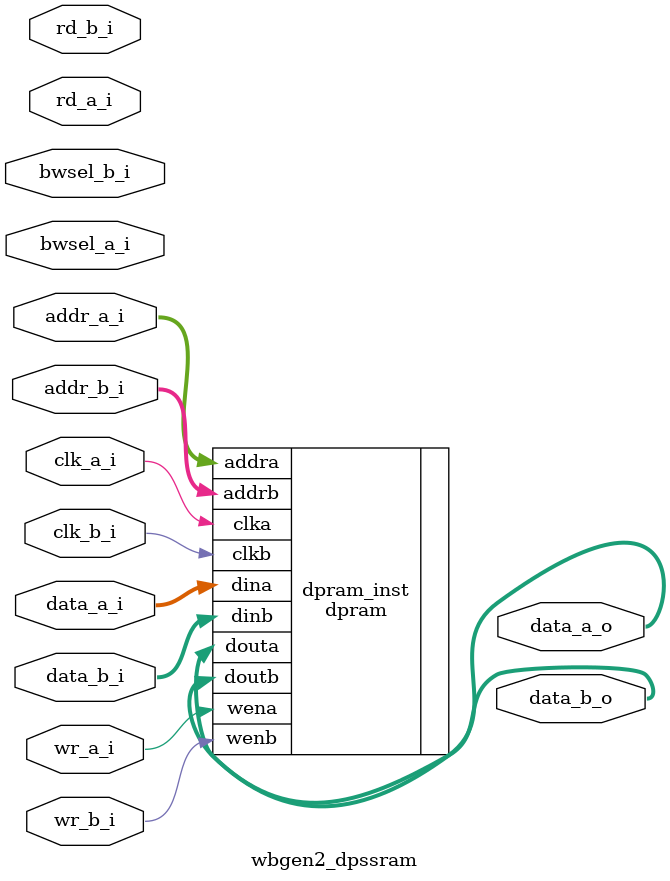
<source format=v>

module wbgen2_dpssram #(
    parameter g_data_width = 32,
    parameter g_size = 1024,
    parameter g_addr_width = 10,
    parameter g_dual_clock = 1,
    parameter g_use_bwsel = 1
) (
    input clk_a_i,
    input clk_b_i,

    input [g_addr_width-1:0] addr_a_i,
    input [g_addr_width-1:0] addr_b_i,

    input [g_data_width-1:0] data_a_i,
    input [g_data_width-1:0] data_b_i,

    output [g_data_width-1:0] data_a_o,
    output [g_data_width-1:0] data_b_o,

    input [(g_data_width+7)/8-1:0] bwsel_a_i,
    input [(g_data_width+7)/8-1:0] bwsel_b_i,

    input rd_a_i,
    input rd_b_i,

    input wr_a_i,
    input wr_b_i
);

dpram #(
    .dw(g_data_width),
    .aw(g_addr_width)
)
dpram_inst (
	.clka(clk_a_i),
    .clkb(clk_b_i),
	.addra(addr_a_i),
    .dina(data_a_i),
    .douta(data_a_o),
    .wena(wr_a_i),
	.addrb(addr_b_i),
    .dinb(data_b_i),
    .doutb(data_b_o),
    .wenb(wr_b_i)
);

endmodule

</source>
